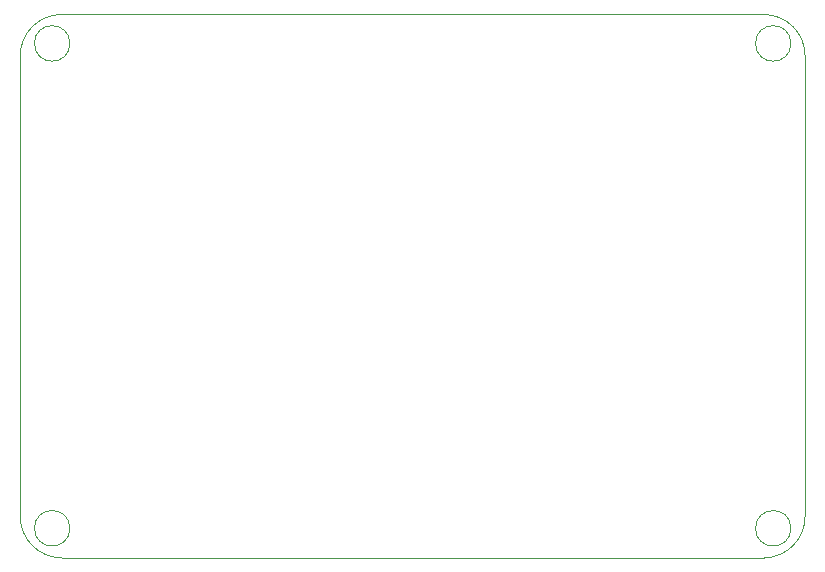
<source format=gm1>
G04 #@! TF.GenerationSoftware,KiCad,Pcbnew,7.0.5-7.0.5~ubuntu20.04.1*
G04 #@! TF.CreationDate,2023-07-24T22:04:44+03:00*
G04 #@! TF.ProjectId,hardware,68617264-7761-4726-952e-6b696361645f,rev?*
G04 #@! TF.SameCoordinates,Original*
G04 #@! TF.FileFunction,Profile,NP*
%FSLAX46Y46*%
G04 Gerber Fmt 4.6, Leading zero omitted, Abs format (unit mm)*
G04 Created by KiCad (PCBNEW 7.0.5-7.0.5~ubuntu20.04.1) date 2023-07-24 22:04:44*
%MOMM*%
%LPD*%
G01*
G04 APERTURE LIST*
G04 #@! TA.AperFunction,Profile*
%ADD10C,0.100000*%
G04 #@! TD*
G04 APERTURE END LIST*
D10*
X181550000Y-82450000D02*
G75*
G03*
X181550000Y-82450000I-1500000J0D01*
G01*
X120500000Y-82450000D02*
G75*
G03*
X120500000Y-82450000I-1500000J0D01*
G01*
X120500000Y-123500000D02*
G75*
G03*
X120500000Y-123500000I-1500000J0D01*
G01*
X181550000Y-123500000D02*
G75*
G03*
X181550000Y-123500000I-1500000J0D01*
G01*
X116300000Y-122500000D02*
G75*
G03*
X119800000Y-126000000I3500000J0D01*
G01*
X119800000Y-80000000D02*
G75*
G03*
X116300000Y-83500000I0J-3500000D01*
G01*
X116300000Y-122500000D02*
X116300000Y-83500000D01*
X179250000Y-126000000D02*
G75*
G03*
X182750000Y-122500000I0J3500000D01*
G01*
X179250000Y-126000000D02*
X119800000Y-126000000D01*
X182750000Y-83500000D02*
G75*
G03*
X179250000Y-80000000I-3500000J0D01*
G01*
X119800000Y-80000000D02*
X179250000Y-80000000D01*
X182750000Y-83500000D02*
X182750000Y-122500000D01*
M02*

</source>
